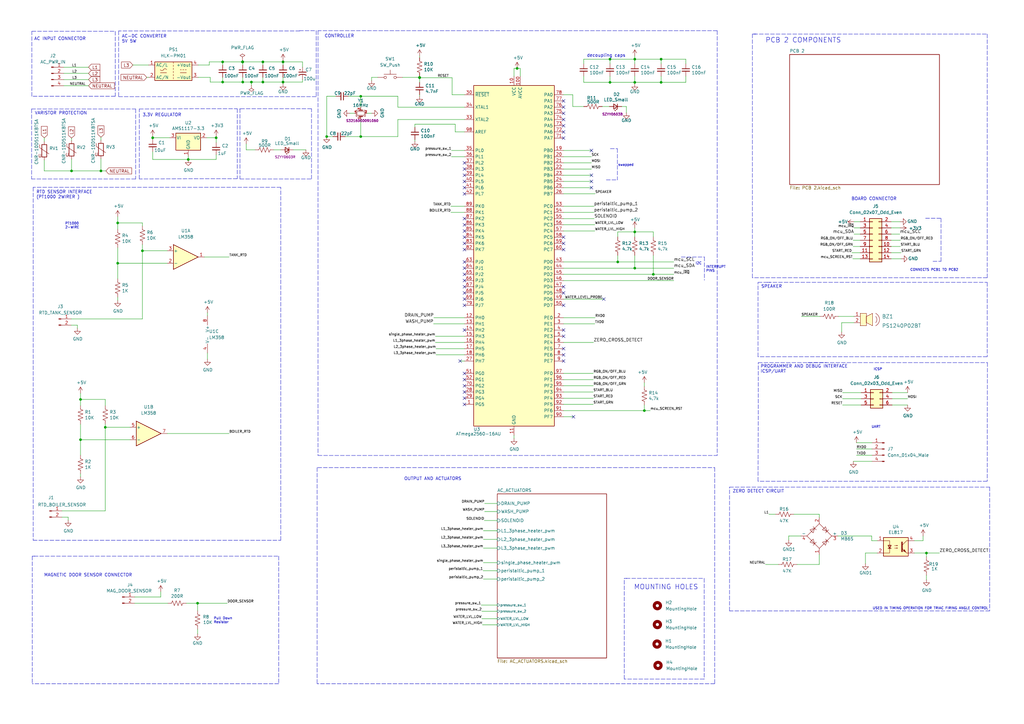
<source format=kicad_sch>
(kicad_sch (version 20211123) (generator eeschema)
  (paper "A3")
  (title_block (title "DISHWASHER") (date "2022-02-01") (rev "1") (company "STEEL FORM") (comment 2 "Reviewed by:"))
  (junction (at 91.313 25.4))
  (junction (at 48.26 91.44))
  (junction (at 260.35 24.257))
  (junction (at 267.97 112.522))
  (junction (at 264.287 168.402))
  (junction (at 41.402 70.104))
  (junction (at 253.365 107.442))
  (junction (at 260.35 33.782))
  (junction (at 33.02 163.83))
  (junction (at 33.02 180.34))
  (junction (at 43.18 175.26))
  (junction (at 250.19 33.782))
  (junction (at 103.124 33.655))
  (junction (at 172.085 31.75))
  (junction (at 172.085 31.877))
  (junction (at 212.09 28.067))
  (junction (at 379.984 226.822))
  (junction (at 116.078 25.4))
  (junction (at 260.35 109.982))
  (junction (at 62.611 56.515))
  (junction (at 99.568 25.4))
  (junction (at 91.313 33.655))
  (junction (at 107.823 25.4))
  (junction (at 48.26 107.95))
  (junction (at 260.35 95.123))
  (junction (at 99.441 25.4))
  (junction (at 250.19 24.257))
  (junction (at 271.145 24.257))
  (junction (at 133.985 56.007))
  (junction (at 147.955 39.497))
  (junction (at 107.823 33.655))
  (junction (at 29.337 70.104))
  (junction (at 88.646 56.515))
  (junction (at 77.216 65.405))
  (junction (at 147.955 56.007))
  (junction (at 271.145 33.782))
  (junction (at 58.42 102.87))
  (junction (at 81.026 247.396))
  (junction (at 116.078 33.655))
  (junction (at 99.568 33.655))
  (no_connect (at 231.14 46.482))
  (no_connect (at 190.5 135.382))
  (no_connect (at 231.14 54.102))
  (no_connect (at 231.14 56.642))
  (no_connect (at 231.14 145.542))
  (no_connect (at 231.14 148.082))
  (no_connect (at 190.5 76.962))
  (no_connect (at 231.14 135.382))
  (no_connect (at 231.14 99.822))
  (no_connect (at 231.14 49.022))
  (no_connect (at 231.14 120.142))
  (no_connect (at 190.5 109.982))
  (no_connect (at 190.5 69.342))
  (no_connect (at 190.5 99.822))
  (no_connect (at 190.5 112.522))
  (no_connect (at 190.5 163.322))
  (no_connect (at 231.14 137.922))
  (no_connect (at 190.5 122.682))
  (no_connect (at 190.5 115.062))
  (no_connect (at 190.5 120.142))
  (no_connect (at 190.5 155.702))
  (no_connect (at 190.5 160.782))
  (no_connect (at 190.5 153.162))
  (no_connect (at 188.722 148.082))
  (no_connect (at 231.14 43.942))
  (no_connect (at 190.5 97.282))
  (no_connect (at 190.5 117.602))
  (no_connect (at 235.204 170.942))
  (no_connect (at 190.5 165.862))
  (no_connect (at 190.5 92.202))
  (no_connect (at 190.5 125.222))
  (no_connect (at 242.57 61.722))
  (no_connect (at 242.57 71.882))
  (no_connect (at 242.57 74.422))
  (no_connect (at 231.14 102.362))
  (no_connect (at 190.5 107.442))
  (no_connect (at 190.5 94.742))
  (no_connect (at 231.14 143.002))
  (no_connect (at 190.5 89.662))
  (no_connect (at 231.14 97.282))
  (no_connect (at 231.14 117.602))
  (no_connect (at 247.65 122.682))
  (no_connect (at 242.57 76.962))
  (no_connect (at 190.5 71.882))
  (no_connect (at 231.14 125.222))
  (no_connect (at 190.5 158.242))
  (no_connect (at 190.5 66.802))
  (no_connect (at 190.5 79.502))
  (no_connect (at 190.5 102.362))
  (no_connect (at 190.5 74.422))
  (no_connect (at 231.14 41.402))
  (no_connect (at 231.14 51.562))
  (polyline (pts (xy 279.4 105.41) (xy 288.925 105.41)))
  (wire (pts (xy 267.97 104.775) (xy 267.97 112.522)))
  (wire (pts (xy 231.14 79.502) (xy 244.094 79.502)))
  (polyline (pts (xy 310.896 115.824) (xy 315.976 115.824)))
  (wire (pts (xy 62.611 62.23) (xy 62.611 65.405)))
  (wire (pts (xy 33.02 180.34) (xy 33.02 186.69)))
  (wire (pts (xy 163.195 49.022) (xy 163.195 56.007)))
  (wire (pts (xy 116.078 33.655) (xy 116.078 34.417)))
  (wire (pts (xy 26.162 35.179) (xy 36.322 35.179)))
  (wire (pts (xy 239.395 24.257) (xy 239.395 26.162)))
  (wire (pts (xy 53.34 180.34) (xy 33.02 180.34)))
  (polyline (pts (xy 405.892 250.571) (xy 299.212 250.571)))
  (wire (pts (xy 147.955 39.497) (xy 163.195 39.497)))
  (wire (pts (xy 48.26 91.44) (xy 48.26 93.98)))
  (wire (pts (xy 69.596 56.515) (xy 62.611 56.515)))
  (wire (pts (xy 99.568 26.67) (xy 99.568 25.4)))
  (wire (pts (xy 26.162 30.099) (xy 36.322 30.099)))
  (polyline (pts (xy 288.798 278.511) (xy 256.032 278.511)))
  (polyline (pts (xy 13.208 228.092) (xy 14.224 228.092)))
  (wire (pts (xy 85.852 25.4) (xy 91.313 25.4)))
  (wire (pts (xy 253.365 97.155) (xy 253.365 95.123)))
  (wire (pts (xy 313.944 231.521) (xy 319.278 231.521)))
  (polyline (pts (xy 97.282 44.577) (xy 97.282 73.279)))
  (wire (pts (xy 147.955 43.942) (xy 147.955 39.497)))
  (wire (pts (xy 234.95 38.862) (xy 234.95 43.688)))
  (polyline (pts (xy 48.641 12.7) (xy 48.641 39.624)))
  (wire (pts (xy 231.14 64.262) (xy 242.57 64.262)))
  (wire (pts (xy 81.026 259.969) (xy 81.026 258.064)))
  (wire (pts (xy 203.962 206.502) (xy 198.755 206.502)))
  (wire (pts (xy 29.21 133.35) (xy 31.75 133.35)))
  (wire (pts (xy 33.02 173.99) (xy 33.02 180.34)))
  (wire (pts (xy 43.18 175.26) (xy 53.34 175.26)))
  (polyline (pts (xy 114.3 228.092) (xy 114.3 280.416)))
  (wire (pts (xy 76.454 247.396) (xy 81.026 247.396)))
  (wire (pts (xy 33.02 194.31) (xy 33.02 195.58)))
  (wire (pts (xy 203.962 209.804) (xy 198.755 209.804)))
  (wire (pts (xy 163.195 43.942) (xy 190.5 43.942)))
  (wire (pts (xy 267.97 112.522) (xy 276.352 112.522)))
  (wire (pts (xy 328.676 129.794) (xy 336.296 129.794)))
  (polyline (pts (xy 48.641 39.624) (xy 122.936 39.624)))
  (wire (pts (xy 77.216 65.405) (xy 77.216 64.135)))
  (wire (pts (xy 365.887 163.576) (xy 372.237 163.576)))
  (wire (pts (xy 185.42 38.862) (xy 190.5 38.862)))
  (wire (pts (xy 375.031 226.822) (xy 379.984 226.822)))
  (wire (pts (xy 81.026 247.396) (xy 93.218 247.396)))
  (wire (pts (xy 379.984 226.822) (xy 385.318 226.822)))
  (polyline (pts (xy 404.876 13.97) (xy 404.876 113.919)))
  (wire (pts (xy 260.35 104.775) (xy 260.35 109.982)))
  (wire (pts (xy 48.26 121.92) (xy 48.26 123.19)))
  (polyline (pts (xy 294.132 12.573) (xy 130.429 12.573)))
  (wire (pts (xy 185.166 61.722) (xy 190.5 61.722)))
  (wire (pts (xy 197.612 250.698) (xy 203.962 250.698)))
  (wire (pts (xy 242.57 61.722) (xy 231.14 61.722)))
  (wire (pts (xy 267.97 95.123) (xy 267.97 97.155)))
  (wire (pts (xy 210.82 179.832) (xy 210.82 178.562)))
  (wire (pts (xy 345.567 163.576) (xy 353.187 163.576)))
  (polyline (pts (xy 293.116 280.416) (xy 130.048 280.416)))
  (wire (pts (xy 172.085 38.862) (xy 172.085 39.497)))
  (wire (pts (xy 48.26 107.95) (xy 48.26 114.3)))
  (wire (pts (xy 107.823 26.67) (xy 107.823 25.4)))
  (wire (pts (xy 112.268 61.468) (xy 115.189 61.468)))
  (wire (pts (xy 99.568 33.655) (xy 103.124 33.655)))
  (polyline (pts (xy 130.302 191.77) (xy 293.116 191.77)))
  (polyline (pts (xy 98.425 44.577) (xy 98.425 73.406)))
  (polyline (pts (xy 47.244 39.497) (xy 13.081 39.497)))
  (wire (pts (xy 62.611 65.405) (xy 77.216 65.405)))
  (wire (pts (xy 260.35 24.257) (xy 250.19 24.257)))
  (wire (pts (xy 264.287 166.116) (xy 264.287 168.402)))
  (wire (pts (xy 260.35 24.257) (xy 271.145 24.257)))
  (wire (pts (xy 210.82 28.067) (xy 210.82 31.242)))
  (wire (pts (xy 345.567 161.036) (xy 353.187 161.036)))
  (polyline (pts (xy 379.603 89.535) (xy 385.953 89.535)))
  (wire (pts (xy 62.611 57.15) (xy 62.611 56.515)))
  (wire (pts (xy 88.646 56.515) (xy 88.646 55.88)))
  (polyline (pts (xy 314.706 115.824) (xy 404.876 115.824)))
  (wire (pts (xy 212.09 28.067) (xy 213.36 28.067)))
  (wire (pts (xy 365.887 161.036) (xy 372.237 161.036)))
  (wire (pts (xy 357.505 219.837) (xy 357.505 221.742)))
  (wire (pts (xy 172.085 31.877) (xy 185.42 31.877)))
  (wire (pts (xy 68.58 107.95) (xy 48.26 107.95)))
  (polyline (pts (xy 299.212 199.771) (xy 405.892 199.771)))
  (polyline (pts (xy 308.61 113.919) (xy 308.61 13.97)))
  (wire (pts (xy 116.078 24.765) (xy 116.078 25.4)))
  (wire (pts (xy 186.69 54.102) (xy 190.5 54.102)))
  (wire (pts (xy 88.646 63.5) (xy 88.646 65.405)))
  (polyline (pts (xy 97.282 73.279) (xy 57.15 73.406)))
  (polyline (pts (xy 405.003 148.717) (xy 404.876 197.358)))
  (wire (pts (xy 48.26 101.6) (xy 48.26 107.95)))
  (wire (pts (xy 315.341 210.947) (xy 318.008 210.947)))
  (polyline (pts (xy 114.3 280.416) (xy 13.208 280.416)))
  (wire (pts (xy 184.912 87.122) (xy 190.5 87.122)))
  (wire (pts (xy 231.14 130.302) (xy 244.094 130.302)))
  (wire (pts (xy 357.505 221.742) (xy 359.791 221.742)))
  (wire (pts (xy 103.124 33.655) (xy 103.124 34.925)))
  (wire (pts (xy 365.506 98.552) (xy 369.316 98.552)))
  (wire (pts (xy 351.282 186.69) (xy 357.632 186.69)))
  (wire (pts (xy 350.266 96.012) (xy 352.806 96.012)))
  (polyline (pts (xy 130.429 186.817) (xy 294.132 186.817)))
  (wire (pts (xy 85.852 25.4) (xy 85.852 26.67)))
  (wire (pts (xy 365.506 101.092) (xy 369.316 101.092)))
  (wire (pts (xy 231.14 38.862) (xy 234.95 38.862)))
  (wire (pts (xy 55.245 244.856) (xy 65.913 244.856)))
  (wire (pts (xy 85.09 128.27) (xy 85.09 129.54)))
  (wire (pts (xy 29.337 65.278) (xy 29.337 70.104)))
  (wire (pts (xy 260.35 93.472) (xy 260.35 95.123)))
  (polyline (pts (xy 13.97 228.092) (xy 114.3 228.092)))
  (wire (pts (xy 203.962 224.79) (xy 198.247 224.79)))
  (wire (pts (xy 231.14 92.202) (xy 243.967 92.202)))
  (wire (pts (xy 186.69 50.927) (xy 186.69 54.102)))
  (polyline (pts (xy 47.244 12.827) (xy 47.244 39.497)))
  (wire (pts (xy 231.14 107.442) (xy 253.365 107.442)))
  (wire (pts (xy 271.145 33.782) (xy 281.305 33.782)))
  (polyline (pts (xy 331.343 148.717) (xy 405.003 148.717)))
  (wire (pts (xy 375.031 221.742) (xy 378.587 221.742)))
  (wire (pts (xy 336.042 210.947) (xy 336.042 212.217)))
  (wire (pts (xy 190.5 132.842) (xy 177.8 132.842)))
  (wire (pts (xy 99.441 25.4) (xy 91.313 25.4)))
  (wire (pts (xy 343.662 219.837) (xy 357.505 219.837)))
  (wire (pts (xy 141.605 56.007) (xy 147.955 56.007)))
  (wire (pts (xy 86.233 31.75) (xy 81.28 31.75)))
  (wire (pts (xy 88.646 56.515) (xy 88.646 58.42)))
  (wire (pts (xy 260.35 95.123) (xy 267.97 95.123)))
  (wire (pts (xy 133.985 56.007) (xy 136.525 56.007)))
  (wire (pts (xy 378.587 221.742) (xy 378.587 219.837)))
  (wire (pts (xy 18.161 56.515) (xy 18.161 58.039)))
  (wire (pts (xy 271.145 24.257) (xy 271.145 26.162)))
  (wire (pts (xy 165.1 31.75) (xy 172.085 31.75)))
  (wire (pts (xy 26.162 32.639) (xy 36.322 32.639)))
  (wire (pts (xy 100.965 59.055) (xy 100.965 61.468)))
  (wire (pts (xy 60.198 31.75) (xy 60.96 31.75)))
  (polyline (pts (xy 115.189 76.835) (xy 13.589 76.835)))
  (wire (pts (xy 250.19 24.257) (xy 239.395 24.257)))
  (wire (pts (xy 260.35 33.782) (xy 260.35 34.417)))
  (wire (pts (xy 260.35 95.123) (xy 260.35 97.155)))
  (wire (pts (xy 203.962 217.678) (xy 198.247 217.678)))
  (polyline (pts (xy 256.032 278.511) (xy 256.032 237.236)))
  (wire (pts (xy 172.085 31.75) (xy 172.085 31.877)))
  (wire (pts (xy 150.495 46.482) (xy 152.4 46.482)))
  (wire (pts (xy 190.5 140.462) (xy 178.562 140.462)))
  (wire (pts (xy 379.984 235.966) (xy 379.984 237.744)))
  (wire (pts (xy 163.195 56.007) (xy 147.955 56.007)))
  (wire (pts (xy 124.079 27.559) (xy 124.079 25.4)))
  (wire (pts (xy 190.5 137.922) (xy 178.562 137.922)))
  (wire (pts (xy 172.085 31.242) (xy 172.085 31.75)))
  (wire (pts (xy 41.402 65.151) (xy 41.402 70.104)))
  (polyline (pts (xy 122.936 12.7) (xy 48.641 12.7)))
  (wire (pts (xy 260.35 33.782) (xy 271.145 33.782)))
  (wire (pts (xy 231.14 155.702) (xy 243.332 155.702)))
  (wire (pts (xy 231.14 71.882) (xy 242.57 71.882)))
  (wire (pts (xy 86.233 33.655) (xy 91.313 33.655)))
  (wire (pts (xy 231.14 69.342) (xy 242.57 69.342)))
  (polyline (pts (xy 310.896 146.304) (xy 310.896 115.824)))
  (polyline (pts (xy 122.809 12.573) (xy 129.667 12.573)))
  (wire (pts (xy 247.015 43.688) (xy 249.936 43.688)))
  (wire (pts (xy 43.18 175.26) (xy 43.18 209.55)))
  (wire (pts (xy 85.09 144.78) (xy 85.09 147.32)))
  (polyline (pts (xy 382.651 107.188) (xy 385.953 107.188)))
  (polyline (pts (xy 13.589 76.835) (xy 13.589 221.615)))
  (polyline (pts (xy 404.876 146.304) (xy 310.896 146.304)))
  (wire (pts (xy 65.913 244.856) (xy 65.913 242.697)))
  (wire (pts (xy 190.5 49.022) (xy 163.195 49.022)))
  (wire (pts (xy 133.985 39.497) (xy 133.985 56.007)))
  (wire (pts (xy 29.337 57.658) (xy 29.337 56.642)))
  (wire (pts (xy 62.611 56.515) (xy 62.611 55.88)))
  (polyline (pts (xy 115.189 221.615) (xy 115.189 76.835)))
  (wire (pts (xy 84.836 56.515) (xy 88.646 56.515)))
  (wire (pts (xy 231.14 158.242) (xy 243.332 158.242)))
  (wire (pts (xy 83.82 105.41) (xy 93.98 105.41)))
  (wire (pts (xy 170.18 50.927) (xy 186.69 50.927)))
  (wire (pts (xy 185.166 64.262) (xy 190.5 64.262)))
  (wire (pts (xy 198.247 230.759) (xy 203.962 230.759)))
  (wire (pts (xy 359.791 226.822) (xy 354.965 226.822)))
  (wire (pts (xy 231.14 84.582) (xy 243.586 84.582)))
  (wire (pts (xy 190.5 130.302) (xy 177.927 130.302)))
  (wire (pts (xy 365.506 93.472) (xy 369.189 93.472)))
  (polyline (pts (xy 404.876 115.824) (xy 404.876 146.304)))
  (wire (pts (xy 33.02 163.83) (xy 33.02 166.37)))
  (wire (pts (xy 264.287 168.402) (xy 266.7 168.402)))
  (wire (pts (xy 172.085 22.987) (xy 172.085 23.622)))
  (wire (pts (xy 260.35 24.257) (xy 260.35 26.162)))
  (wire (pts (xy 231.14 94.742) (xy 243.967 94.742)))
  (wire (pts (xy 231.14 168.402) (xy 264.287 168.402)))
  (wire (pts (xy 147.955 39.497) (xy 142.875 39.497)))
  (wire (pts (xy 350.266 90.932) (xy 352.806 90.932)))
  (wire (pts (xy 154.94 31.75) (xy 152.4 31.75)))
  (wire (pts (xy 271.145 31.242) (xy 271.145 33.782)))
  (polyline (pts (xy 12.954 44.704) (xy 55.626 44.704)))
  (wire (pts (xy 326.898 231.521) (xy 336.042 231.521)))
  (wire (pts (xy 325.628 210.947) (xy 336.042 210.947)))
  (wire (pts (xy 26.162 27.559) (xy 36.322 27.559)))
  (polyline (pts (xy 57.15 44.704) (xy 97.282 44.577)))
  (wire (pts (xy 253.365 104.775) (xy 253.365 107.442)))
  (wire (pts (xy 231.14 112.522) (xy 267.97 112.522)))
  (wire (pts (xy 188.722 148.082) (xy 190.5 148.082)))
  (polyline (pts (xy 288.798 237.236) (xy 288.798 278.511)))
  (wire (pts (xy 231.14 165.862) (xy 243.332 165.862)))
  (wire (pts (xy 350.266 93.472) (xy 352.806 93.472)))
  (wire (pts (xy 198.12 234.061) (xy 203.962 234.061)))
  (wire (pts (xy 365.506 90.932) (xy 369.189 90.932)))
  (wire (pts (xy 91.313 25.4) (xy 91.313 26.67)))
  (wire (pts (xy 172.085 31.877) (xy 172.085 33.782)))
  (polyline (pts (xy 404.876 113.919) (xy 308.61 113.919)))
  (wire (pts (xy 85.852 26.67) (xy 81.28 26.67)))
  (wire (pts (xy 99.441 24.638) (xy 99.441 25.4)))
  (wire (pts (xy 184.912 84.582) (xy 190.5 84.582)))
  (wire (pts (xy 43.18 209.55) (xy 25.4 209.55)))
  (wire (pts (xy 197.866 256.286) (xy 203.962 256.286)))
  (wire (pts (xy 81.026 250.444) (xy 81.026 247.396)))
  (polyline (pts (xy 98.425 44.577) (xy 98.425 44.831)))
  (wire (pts (xy 58.42 91.44) (xy 58.42 92.71)))
  (polyline (pts (xy 309.118 13.97) (xy 404.876 13.97)))
  (wire (pts (xy 124.079 33.655) (xy 116.078 33.655)))
  (wire (pts (xy 147.955 56.007) (xy 147.955 49.022)))
  (polyline (pts (xy 308.61 13.97) (xy 310.134 13.97)))
  (polyline (pts (xy 127.762 73.406) (xy 127.762 44.577)))
  (wire (pts (xy 260.35 22.987) (xy 260.35 24.257)))
  (wire (pts (xy 55.245 247.396) (xy 68.834 247.396)))
  (wire (pts (xy 231.14 132.842) (xy 243.967 132.842)))
  (polyline (pts (xy 12.954 44.704) (xy 12.954 73.406)))
  (wire (pts (xy 365.506 103.632) (xy 369.57 103.632)))
  (polyline (pts (xy 293.116 191.77) (xy 293.116 280.416)))
  (wire (pts (xy 197.612 253.746) (xy 203.962 253.746)))
  (wire (pts (xy 116.078 33.655) (xy 116.078 31.75)))
  (wire (pts (xy 242.57 76.962) (xy 231.14 76.962)))
  (wire (pts (xy 88.646 65.405) (xy 77.216 65.405)))
  (wire (pts (xy 351.282 181.61) (xy 357.632 181.61)))
  (wire (pts (xy 231.14 153.162) (xy 243.332 153.162)))
  (wire (pts (xy 54.483 26.67) (xy 60.96 26.67)))
  (wire (pts (xy 25.4 212.09) (xy 27.94 212.09)))
  (polyline (pts (xy 13.589 221.615) (xy 115.189 221.615)))
  (wire (pts (xy 124.079 25.4) (xy 116.078 25.4)))
  (wire (pts (xy 264.287 156.972) (xy 264.287 158.496)))
  (wire (pts (xy 260.35 31.242) (xy 260.35 33.782)))
  (polyline (pts (xy 13.208 228.092) (xy 13.208 280.416)))
  (wire (pts (xy 185.42 31.877) (xy 185.42 38.862)))
  (wire (pts (xy 345.186 132.334) (xy 345.186 136.144)))
  (wire (pts (xy 349.885 101.092) (xy 352.806 101.092)))
  (wire (pts (xy 349.885 98.552) (xy 352.806 98.552)))
  (wire (pts (xy 231.14 140.462) (xy 243.459 140.462)))
  (wire (pts (xy 170.18 57.277) (xy 170.18 57.912)))
  (wire (pts (xy 336.042 231.521) (xy 336.042 227.457)))
  (polyline (pts (xy 288.925 105.41) (xy 288.925 114.935)))
  (wire (pts (xy 213.36 28.067) (xy 213.36 31.242)))
  (wire (pts (xy 343.916 129.794) (xy 350.266 129.794)))
  (polyline (pts (xy 129.667 39.624) (xy 122.555 39.624)))
  (wire (pts (xy 107.823 33.655) (xy 116.078 33.655)))
  (wire (pts (xy 41.402 56.261) (xy 41.402 57.531)))
  (wire (pts (xy 29.337 70.104) (xy 41.402 70.104)))
  (wire (pts (xy 29.21 130.81) (xy 58.42 130.81)))
  (wire (pts (xy 91.313 33.655) (xy 99.568 33.655)))
  (polyline (pts (xy 253.238 60.96) (xy 253.238 73.787)))
  (wire (pts (xy 190.5 145.542) (xy 178.816 145.542)))
  (wire (pts (xy 255.016 43.688) (xy 256.921 43.688)))
  (wire (pts (xy 350.012 189.23) (xy 357.632 189.23)))
  (wire (pts (xy 190.5 143.002) (xy 178.816 143.002)))
  (wire (pts (xy 349.377 103.632) (xy 352.806 103.632)))
  (wire (pts (xy 197.358 248.158) (xy 203.962 248.158)))
  (wire (pts (xy 99.568 25.4) (xy 99.441 25.4)))
  (polyline (pts (xy 248.666 73.787) (xy 253.238 73.787)))
  (wire (pts (xy 18.161 65.659) (xy 18.161 70.104)))
  (wire (pts (xy 58.42 130.81) (xy 58.42 102.87)))
  (wire (pts (xy 365.506 106.172) (xy 369.57 106.172)))
  (polyline (pts (xy 129.667 12.573) (xy 129.667 39.624)))
  (wire (pts (xy 250.19 33.782) (xy 260.35 33.782)))
  (polyline (pts (xy 130.048 191.77) (xy 130.048 280.416)))
  (wire (pts (xy 27.94 212.09) (xy 27.94 213.36)))
  (wire (pts (xy 365.887 166.116) (xy 372.237 166.116)))
  (wire (pts (xy 250.19 31.242) (xy 250.19 33.782)))
  (wire (pts (xy 116.078 25.4) (xy 107.823 25.4)))
  (wire (pts (xy 253.365 95.123) (xy 260.35 95.123)))
  (wire (pts (xy 48.26 91.44) (xy 58.42 91.44)))
  (polyline (pts (xy 250.317 60.96) (xy 253.238 60.96)))
  (polyline (pts (xy 98.425 73.406) (xy 127.762 73.406)))
  (wire (pts (xy 104.648 61.468) (xy 100.965 61.468)))
  (wire (pts (xy 203.962 237.49) (xy 198.247 237.49)))
  (polyline (pts (xy 57.15 73.406) (xy 57.15 44.704)))
  (polyline (pts (xy 55.626 44.704) (xy 55.626 73.406)))
  (wire (pts (xy 239.395 33.782) (xy 250.19 33.782)))
  (wire (pts (xy 350.266 132.334) (xy 345.186 132.334)))
  (wire (pts (xy 256.921 43.688) (xy 256.921 46.228)))
  (polyline (pts (xy 404.876 197.358) (xy 310.896 197.358)))
  (wire (pts (xy 351.282 184.15) (xy 357.632 184.15)))
  (wire (pts (xy 323.469 219.837) (xy 328.422 219.837)))
  (wire (pts (xy 203.962 221.234) (xy 198.247 221.234)))
  (wire (pts (xy 163.195 39.497) (xy 163.195 43.942)))
  (polyline (pts (xy 256.794 237.236) (xy 288.798 237.236)))
  (polyline (pts (xy 294.132 12.573) (xy 294.132 186.817)))
  (wire (pts (xy 239.395 31.242) (xy 239.395 33.782)))
  (wire (pts (xy 99.568 31.75) (xy 99.568 33.655)))
  (wire (pts (xy 152.4 31.75) (xy 152.4 33.02)))
  (wire (pts (xy 86.233 33.655) (xy 86.233 31.75)))
  (wire (pts (xy 365.506 96.012) (xy 369.062 96.012)))
  (wire (pts (xy 33.02 163.83) (xy 43.18 163.83)))
  (polyline (pts (xy 311.023 148.717) (xy 338.963 148.717)))
  (polyline (pts (xy 13.081 12.827) (xy 47.244 12.827)))
  (polyline (pts (xy 13.081 39.497) (xy 13.081 12.827)))
  (wire (pts (xy 379.984 228.346) (xy 379.984 226.822)))
  (wire (pts (xy 242.57 74.422) (xy 231.14 74.422)))
  (wire (pts (xy 234.95 43.688) (xy 239.395 43.688)))
  (wire (pts (xy 107.823 33.655) (xy 107.823 31.75)))
  (wire (pts (xy 91.313 33.655) (xy 91.313 31.75)))
  (wire (pts (xy 281.305 24.257) (xy 271.145 24.257)))
  (wire (pts (xy 68.58 177.8) (xy 93.98 177.8)))
  (wire (pts (xy 231.14 109.982) (xy 260.35 109.982)))
  (polyline (pts (xy 385.953 89.535) (xy 385.953 107.188)))
  (polyline (pts (xy 55.626 73.406) (xy 12.954 73.406)))
  (wire (pts (xy 231.14 160.782) (xy 243.332 160.782)))
  (wire (pts (xy 212.09 28.067) (xy 210.82 28.067)))
  (wire (pts (xy 253.365 107.442) (xy 276.352 107.442)))
  (wire (pts (xy 231.14 87.122) (xy 243.586 87.122)))
  (wire (pts (xy 48.26 88.9) (xy 48.26 91.44)))
  (wire (pts (xy 281.305 33.782) (xy 281.305 31.242)))
  (wire (pts (xy 31.75 133.35) (xy 31.75 134.62)))
  (wire (pts (xy 145.415 46.482) (xy 143.51 46.482)))
  (wire (pts (xy 323.469 221.488) (xy 323.469 219.837)))
  (wire (pts (xy 41.402 70.104) (xy 43.434 70.104)))
  (wire (pts (xy 170.18 52.197) (xy 170.18 50.927)))
  (wire (pts (xy 231.14 66.802) (xy 242.57 66.802)))
  (wire (pts (xy 116.078 25.4) (xy 116.078 26.67)))
  (polyline (pts (xy 405.892 199.771) (xy 405.892 250.571)))
  (wire (pts (xy 281.305 26.162) (xy 281.305 24.257)))
  (wire (pts (xy 33.02 161.29) (xy 33.02 163.83)))
  (wire (pts (xy 58.42 100.33) (xy 58.42 102.87)))
  (wire (pts (xy 260.35 109.982) (xy 276.352 109.982)))
  (wire (pts (xy 137.795 39.497) (xy 133.985 39.497)))
  (wire (pts (xy 345.567 166.116) (xy 353.187 166.116)))
  (wire (pts (xy 231.14 115.062) (xy 276.352 115.062)))
  (wire (pts (xy 43.18 163.83) (xy 43.18 166.37)))
  (wire (pts (xy 120.269 61.468) (xy 125.476 61.468)))
  (wire (pts (xy 352.806 106.172) (xy 349.758 106.172)))
  (wire (pts (xy 103.124 33.655) (xy 107.823 33.655)))
  (polyline (pts (xy 256.032 237.236) (xy 257.048 237.236)))
  (wire (pts (xy 58.42 102.87) (xy 68.58 102.87)))
  (polyline (pts (xy 299.212 250.571) (xy 299.212 199.771)))
  (wire (pts (xy 250.19 24.257) (xy 250.19 26.162)))
  (wire (pts (xy 231.14 89.662) (xy 243.713 89.662)))
  (wire (pts (xy 231.14 170.942) (xy 235.204 170.942)))
  (wire (pts (xy 231.14 163.322) (xy 243.332 163.322)))
  (wire (pts (xy 124.079 32.639) (xy 124.079 33.655)))
  (polyline (pts (xy 310.896 197.358) (xy 311.023 148.717)))
  (polyline (pts (xy 127.762 44.577) (xy 98.425 44.577)))
  (wire (pts (xy 43.18 173.99) (xy 43.18 175.26)))
  (wire (pts (xy 203.962 213.487) (xy 198.628 213.487)))
  (polyline (pts (xy 130.429 12.573) (xy 130.429 186.817)))
  (wire (pts (xy 354.965 226.822) (xy 354.965 231.14)))
  (wire (pts (xy 107.823 25.4) (xy 99.568 25.4)))
  (wire (pts (xy 231.14 122.682) (xy 247.65 122.682)))
  (wire (pts (xy 18.161 70.104) (xy 29.337 70.104)))
  (text "CONNECTS PCB1 TO PCB2" (at 393.065 111.379 180) (effects (font (size 0.9906 0.9906)) (justify right bottom)))
  (text "swapped" (at 253.492 68.326 0) (effects (font (size 0.9906 0.9906)) (justify left bottom)))
  (text "ZERO DETECT CIRCUIT" (at 300.482 202.311 0) (effects (font (size 1.27 1.27)) (justify left bottom)))
  (text "UART\n" (at 357.378 175.768 0) (effects (font (size 0.9906 0.9906)) (justify left bottom)))
  (text "AC INPUT CONNECTOR" (at 13.97 16.764 0) (effects (font (size 1.27 1.27)) (justify left bottom)))
  (text "PT1000\n2-WIRE" (at 26.67 93.98 0) (effects (font (size 0.9906 0.9906)) (justify left bottom)))
  (text "VARISTOR PROTECTION" (at 14.224 47.244 0) (effects (font (size 1.27 1.27)) (justify left bottom)))
  (text "decoupling caps" (at 240.665 23.622 0) (effects (font (size 1.27 1.27)) (justify left bottom)))
  (text "CONTROLLER" (at 133.096 15.621 0) (effects (font (size 1.27 1.27)) (justify left bottom)))
  (text "INTERRUPT\nPINS" (at 289.56 111.76 0) (effects (font (size 0.9906 0.9906)) (justify left bottom)))
  (text "I2C" (at 285.242 108.712 0) (effects (font (size 0.9906 0.9906)) (justify left bottom)))
  (text "PROGRAMMER AND DEBUG INTERFACE\nICSP/UART " (at 311.912 153.162 0) (effects (font (size 1.27 1.27)) (justify left bottom)))
  (text "Pull Down\nResistor" (at 87.63 255.905 0) (effects (font (size 0.9906 0.9906)) (justify left bottom)))
  (text "RTD SENSOR INTERFACE\n(PT1000 2WIRER )" (at 14.859 81.661 0) (effects (font (size 1.27 1.27)) (justify left bottom)))
  (text "AC-DC CONVERTER\n5V 5W" (at 49.911 17.78 0) (effects (font (size 1.27 1.27)) (justify left bottom)))
  (text "ICSP\n" (at 358.267 152.146 0) (effects (font (size 0.9906 0.9906)) (justify left bottom)))
  (text "SPEAKER\n" (at 312.166 118.364 0) (effects (font (size 1.27 1.27)) (justify left bottom)))
  (text "3.3V REGULATOR" (at 58.42 48.006 0) (effects (font (size 1.27 1.27)) (justify left bottom)))
  (text "MOUNTING HOLES" (at 286.385 242.062 180) (effects (font (size 2 2)) (justify right bottom)))
  (text "BOARD CONNECTOR" (at 367.792 82.423 180) (effects (font (size 1.27 1.27)) (justify right bottom)))
  (text "OUTPUT AND ACTUATORS" (at 165.735 197.231 0) (effects (font (size 1.27 1.27)) (justify left bottom)))
  (text "PCB 2 COMPONENTS" (at 313.944 17.78 0) (effects (font (size 2 2)) (justify left bottom)))
  (text "MAGNETIC DOOR SENSOR CONNECTOR" (at 18.034 236.728 0) (effects (font (size 1.27 1.27)) (justify left bottom)))
  (text "USED IN TIMING OPERATION FOR TRIAC FIRING ANGLE CONTROL" (at 357.886 250.19 0) (effects (font (size 0.9906 0.9906)) (justify left bottom)))
  (label "L2" (at 29.591 30.099 0) (effects (font (size 0.9906 0.9906))))
  (label "pressure_sw_2" (at 197.612 250.698 180) (effects (font (size 0.9906 0.9906))))
  (label "WASH_PUMP" (at 198.755 209.804 180) (effects (font (size 0.9906 0.9906))))
  (label "L2_3phase_heater_pwm" (at 178.816 143.002 180) (effects (font (size 0.9906 0.9906))))
  (label "WATER_LVL_LOW" (at 197.612 253.746 180) (effects (font (size 0.9906 0.9906))))
  (label "TANK_RTD" (at 184.912 84.582 180) (effects (font (size 0.9906 0.9906))))
  (label "peristaltic_pump_1" (at 198.12 234.061 180) (effects (font (size 0.9906 0.9906))))
  (label "START_BLU" (at 243.332 160.782 0) (effects (font (size 0.9906 0.9906))))
  (label "WATER_LVL_LOW" (at 243.967 92.202 0) (effects (font (size 0.9906 0.9906))))
  (label "RGB_ON{slash}OFF_BLU" (at 243.332 153.162 0) (effects (font (size 0.9906 0.9906))))
  (label "WASH_PUMP" (at 177.8 132.842 180))
  (label "RGB_ON{slash}OFF_GRN" (at 243.332 158.242 0) (effects (font (size 0.9906 0.9906))))
  (label "DRAIN_PUMP" (at 177.927 130.302 180))
  (label "MISO" (at 242.57 69.342 0) (effects (font (size 0.9906 0.9906))))
  (label "SPEAKER" (at 244.094 79.502 0) (effects (font (size 0.9906 0.9906))))
  (label "RGB_ON{slash}OFF_RED" (at 243.332 155.702 0) (effects (font (size 0.9906 0.9906))))
  (label "TXD0" (at 243.967 132.842 0) (effects (font (size 0.9906 0.9906))))
  (label "peristaltic_pump_1" (at 243.586 84.582 0))
  (label "SCK" (at 242.57 64.262 0) (effects (font (size 0.9906 0.9906))))
  (label "SPEAKER" (at 328.676 129.794 0) (effects (font (size 0.9906 0.9906))))
  (label "L3_3phase_heater_pwm" (at 198.247 224.79 180) (effects (font (size 0.9906 0.9906))))
  (label "RXD0" (at 244.094 130.302 0) (effects (font (size 0.9906 0.9906))))
  (label "peristaltic_pump_2" (at 198.247 237.49 180) (effects (font (size 0.9906 0.9906))))
  (label "RGB_ON{slash}OFF_GRN" (at 349.885 101.092 180) (effects (font (size 0.9906 0.9906))))
  (label "TXD0" (at 351.282 186.69 0) (effects (font (size 0.9906 0.9906))))
  (label "peristaltic_pump_2" (at 243.586 87.122 0))
  (label "DOOR_SENSOR" (at 93.218 247.396 0) (effects (font (size 0.9906 0.9906))))
  (label "MOSI" (at 372.237 163.576 0) (effects (font (size 0.9906 0.9906))))
  (label "RGB_ON{slash}OFF_RED" (at 369.316 98.552 0) (effects (font (size 0.9906 0.9906))))
  (label "mcu_~{IRQ}" (at 350.266 93.472 180) (effects (font (size 0.9906 0.9906))))
  (label "SCK" (at 345.567 163.576 180) (effects (font (size 0.9906 0.9906))))
  (label "DRAIN_PUMP" (at 198.755 206.502 180) (effects (font (size 0.9906 0.9906))))
  (label "RXD0" (at 351.282 184.15 0) (effects (font (size 0.9906 0.9906))))
  (label "ZERO_CROSS_DETECT" (at 385.318 226.822 0))
  (label "SOLENOID" (at 198.628 213.487 180) (effects (font (size 0.9906 0.9906))))
  (label "ZERO_CROSS_DETECT" (at 243.459 140.462 0))
  (label "BOILER_RTD" (at 184.912 87.122 180) (effects (font (size 0.9906 0.9906))))
  (label "TANK_RTD" (at 93.98 105.41 0) (effects (font (size 0.9906 0.9906))))
  (label "L1_3phase_heater_pwm" (at 178.562 140.462 180) (effects (font (size 0.9906 0.9906))))
  (label "mcu_~{IRQ}" (at 276.352 112.522 0) (effects (font (size 0.9906 0.9906))))
  (label "MISO" (at 345.567 161.036 180) (effects (font (size 0.9906 0.9906))))
  (label "SOLENOID" (at 243.713 89.662 0))
  (label "mcu_SCREEN_RST" (at 266.7 168.402 0) (effects (font (size 0.9906 0.9906))))
  (label "mcu_SCL" (at 276.352 107.442 0))
  (label "L3_3phase_heater_pwm" (at 178.816 145.542 180) (effects (font (size 0.9906 0.9906))))
  (label "L2_3phase_heater_pwm" (at 198.247 221.234 180) (effects (font (size 0.9906 0.9906))))
  (label "L1" (at 29.464 27.559 0) (effects (font (size 0.9906 0.9906))))
  (label "pressure_sw_1" (at 197.358 248.158 180) (effects (font (size 0.9906 0.9906))))
  (label "START_RED" (at 243.332 163.322 0) (effects (font (size 0.9906 0.9906))))
  (label "RESET" (at 345.567 166.116 180) (effects (font (size 0.9906 0.9906))))
  (label "L1" (at 315.341 210.947 180) (effects (font (size 0.9906 0.9906))))
  (label "mcu_SDA" (at 350.266 96.012 180))
  (label "RGB_ON{slash}OFF_BLU" (at 349.885 98.552 180) (effects (font (size 0.9906 0.9906))))
  (label "single_phase_heater_pwm" (at 178.562 137.922 180) (effects (font (size 0.9906 0.9906))))
  (label "mcu_SDA" (at 276.352 109.982 0))
  (label "WATER_LEVEL_PROBE" (at 231.648 122.682 0) (effects (font (size 0.9906 0.9906))))
  (label "START_GRN" (at 243.332 165.862 0) (effects (font (size 0.9906 0.9906))))
  (label "START_RED" (at 349.377 103.632 180) (effects (font (size 0.9906 0.9906))))
  (label "START_BLU" (at 369.316 101.092 0) (effects (font (size 0.9906 0.9906))))
  (label "mcu_SCREEN_RST" (at 349.758 106.172 180) (effects (font (size 0.9906 0.9906))))
  (label "L1_3phase_heater_pwm" (at 198.247 217.678 180) (effects (font (size 0.9906 0.9906))))
  (label "MOSI" (at 242.57 66.802 0) (effects (font (size 0.9906 0.9906))))
  (label "START_GRN" (at 369.57 103.632 0) (effects (font (size 0.9906 0.9906))))
  (label "WATER_LVL_HIGH" (at 243.967 94.742 0) (effects (font (size 0.9906 0.9906))))
  (label "NEUTRAL" (at 28.575 35.179 0) (effects (font (size 0.9906 0.9906))))
  (label "WATER_LVL_HIGH" (at 197.866 256.286 180) (effects (font (size 0.9906 0.9906))))
  (label "NEUTRAL" (at 313.944 231.521 180) (effects (font (size 0.9906 0.9906))))
  (label "RESET" (at 184.15 31.877 180) (effects (font (size 0.9906 0.9906))))
  (label "mcu_SCL" (at 369.062 96.012 0))
  (label "BOILER_RTD" (at 93.98 177.8 0) (effects (font (size 0.9906 0.9906))))
  (label "pressure_sw_2" (at 185.166 64.262 180) (effects (font (size 0.9906 0.9906))))
  (label "single_phase_heater_pwm" (at 198.247 230.759 180) (effects (font (size 0.9906 0.9906))))
  (label "DOOR_SENSOR" (at 276.352 115.062 180) (effects (font (size 0.9906 0.9906))))
  (label "pressure_sw_1" (at 185.166 61.722 180) (effects (font (size 0.9906 0.9906))))
  (label "L3" (at 29.591 32.639 0) (effects (font (size 0.9906 0.9906))))
  (global_label "L2" (shape input) (at 29.337 56.642 90) (property "Intersheet References" "${INTERSHEET_REFS}" (effects hide)))
  (global_label "NEUTRAL" (shape input) (at 43.434 70.104 0) (property "Intersheet References" "${INTERSHEET_REFS}" (effects hide)))
  (global_label "NEUTRAL" (shape input) (at 36.322 35.179 0) (property "Intersheet References" "${INTERSHEET_REFS}" (effects hide)))
  (global_label "L2" (shape input) (at 36.322 30.099 0) (property "Intersheet References" "${INTERSHEET_REFS}" (effects hide)))
  (global_label "NEUTRAL" (shape input) (at 60.198 31.75 180) (property "Intersheet References" "${INTERSHEET_REFS}" (effects hide)))
  (global_label "L1" (shape input) (at 36.322 27.559 0) (property "Intersheet References" "${INTERSHEET_REFS}" (effects hide)))
  (global_label "L3" (shape input) (at 41.402 56.261 90) (property "Intersheet References" "${INTERSHEET_REFS}" (effects hide)))
  (global_label "L3" (shape input) (at 36.322 32.639 0) (property "Intersheet References" "${INTERSHEET_REFS}" (effects hide)))
  (global_label "L3" (shape input) (at 54.483 26.67 180) (property "Intersheet References" "${INTERSHEET_REFS}" (effects hide)))
  (global_label "L1" (shape input) (at 18.161 56.515 90) (property "Intersheet References" "${INTERSHEET_REFS}" (effects hide)))
  (symbol (lib_id "MCU_Microchip_ATmega:ATmega2560-16AU") (at 210.82 104.902 0) (unit 1)
    (property "Reference" "U3" (at 195.58 176.022 0))
    (property "Value" "ATmega2560-16AU" (at 196.215 177.927 0))
    (property "Footprint" "Package_QFP:TQFP-100_14x14mm_P0.5mm" (effects hide))
    (property "Datasheet" "http://ww1.microchip.com/downloads/en/DeviceDoc/Atmel-2549-8-bit-AVR-Microcontroller-ATmega640-1280-1281-2560-2561_datasheet.pdf" (effects hide))
  )
  (symbol (lib_id "Device:Crystal_GND24_Small") (at 147.955 46.482 90) (unit 1)
    (property "Reference" "Y1" (at 149.225 41.275 90) (effects (justify left)))
    (property "Value" "16MHz" (at 151.13 43.18 90) (effects (justify left)))
    (property "Footprint" "Crystal:Crystal_SMD_SeikoEpson_FA238-4Pin_3.2x2.5mm" (effects hide))
    (property "MPN" "S3216000091060" (at 148.59 49.53 90) (effects (font (size 0.9906 0.9906))))
  )
  (symbol (lib_id "Device:C_Small") (at 140.335 39.497 270) (unit 1)
    (property "Reference" "C9" (at 138.43 38.227 90))
    (property "Value" "22pF" (at 143.51 38.227 90))
    (property "Footprint" "Capacitor_SMD:C_0402_1005Metric" (effects hide))
  )
  (symbol (lib_id "Device:C_Small") (at 139.065 56.007 270) (unit 1)
    (property "Reference" "C8" (at 136.525 54.737 90))
    (property "Value" "22pF" (at 142.24 54.737 90))
    (property "Footprint" "Capacitor_SMD:C_0402_1005Metric" (effects hide))
  )
  (symbol (lib_id "power:GND") (at 133.985 56.007 0) (unit 1)
    (property "Reference" "#PWR018" (effects hide))
    (property "Value" "GND" (at 134.112 60.4012 0))
  )
  (symbol (lib_id "power:GND") (at 143.51 46.482 270) (unit 1)
    (property "Reference" "#PWR019" (effects hide))
    (property "Value" "GND" (at 139.1158 46.609 0))
  )
  (symbol (lib_id "power:GND") (at 172.085 39.497 0) (unit 1)
    (property "Reference" "#PWR024" (effects hide))
    (property "Value" "GND" (at 172.085 42.672 0))
  )
  (symbol (lib_id "Device:C_Small") (at 172.085 36.322 0) (unit 1)
    (property "Reference" "C11" (at 174.4218 35.1536 0) (effects (justify left)))
    (property "Value" "4.7nF" (at 174.4218 37.465 0) (effects (justify left)))
    (property "Footprint" "Capacitor_SMD:C_0402_1005Metric" (effects hide))
  )
  (symbol (lib_id "Device:R_US") (at 172.085 27.432 0) (unit 1)
    (property "Reference" "R10" (at 173.8122 26.2636 0) (effects (justify left)))
    (property "Value" "10K" (at 173.8122 28.575 0) (effects (justify left)))
    (property "Footprint" "Resistor_SMD:R_0402_1005Metric" (effects hide))
  )
  (symbol (lib_id "power:+5V") (at 172.085 22.987 0) (unit 1)
    (property "Reference" "#PWR023" (effects hide))
    (property "Value" "+5V" (at 172.466 18.5928 0))
  )
  (symbol (lib_id "power:GND") (at 152.4 46.482 90) (unit 1)
    (property "Reference" "#PWR021" (effects hide))
    (property "Value" "GND" (at 156.7942 46.355 0))
  )
  (symbol (lib_id "power:+5V") (at 212.09 28.067 0) (unit 1)
    (property "Reference" "#PWR026" (effects hide))
    (property "Value" "+5V" (at 212.471 23.6728 0))
  )
  (symbol (lib_id "power:GND") (at 170.18 57.912 0) (unit 1)
    (property "Reference" "#PWR022" (effects hide))
    (property "Value" "GND" (at 170.18 61.087 0))
  )
  (symbol (lib_id "Device:C_Small") (at 170.18 54.737 0) (unit 1)
    (property "Reference" "C10" (at 172.5168 53.5686 0) (effects (justify left)))
    (property "Value" "100nF" (at 172.5168 55.88 0) (effects (justify left)))
    (property "Footprint" "Capacitor_SMD:C_0402_1005Metric" (effects hide))
  )
  (symbol (lib_id "power:GND") (at 210.82 179.832 0) (unit 1)
    (property "Reference" "#PWR025" (effects hide))
    (property "Value" "GND" (at 210.947 184.2262 0))
  )
  (symbol (lib_id "Device:C_Small") (at 239.395 28.702 0) (unit 1)
    (property "Reference" "C12" (at 241.7318 27.5336 0) (effects (justify left)))
    (property "Value" "100nF" (at 241.7318 29.845 0) (effects (justify left)))
    (property "Footprint" "Capacitor_SMD:C_0402_1005Metric" (effects hide))
  )
  (symbol (lib_id "Device:C_Small") (at 250.19 28.702 0) (unit 1)
    (property "Reference" "C13" (at 252.5268 27.5336 0) (effects (justify left)))
    (property "Value" "100nF" (at 252.5268 29.845 0) (effects (justify left)))
    (property "Footprint" "Capacitor_SMD:C_0402_1005Metric" (effects hide))
  )
  (symbol (lib_id "Device:C_Small") (at 260.35 28.702 0) (unit 1)
    (property "Reference" "C14" (at 262.6868 27.5336 0) (effects (justify left)))
    (property "Value" "100nF" (at 262.6868 29.845 0) (effects (justify left)))
    (property "Footprint" "Capacitor_SMD:C_0402_1005Metric" (effects hide))
  )
  (symbol (lib_id "Device:C_Small") (at 271.145 28.702 0) (unit 1)
    (property "Reference" "C15" (at 273.4818 27.5336 0) (effects (justify left)))
    (property "Value" "100nF" (at 273.4818 29.845 0) (effects (justify left)))
    (property "Footprint" "Capacitor_SMD:C_0402_1005Metric" (effects hide))
  )
  (symbol (lib_id "Device:C_Small") (at 281.305 28.702 0) (unit 1)
    (property "Reference" "C16" (at 283.6418 27.5336 0) (effects (justify left)))
    (property "Value" "100nF" (at 283.6418 29.845 0) (effects (justify left)))
    (property "Footprint" "Capacitor_SMD:C_0402_1005Metric" (effects hide))
  )
  (symbol (lib_id "power:+5V") (at 260.35 22.987 0) (unit 1)
    (property "Reference" "#PWR028" (effects hide))
    (property "Value" "+5V" (at 260.731 18.5928 0))
  )
  (symbol (lib_id "power:GND") (at 260.35 34.417 0) (unit 1)
    (property "Reference" "#PWR029" (effects hide))
    (property "Value" "GND" (at 260.35 37.592 0))
  )
  (symbol (lib_id "Device:C_Small") (at 91.313 29.21 0) (unit 1)
    (property "Reference" "C3" (at 93.6498 28.0416 0) (effects (justify left)))
    (property "Value" "100nF" (at 91.948 31.115 0) (effects (justify left)))
    (property "Footprint" "Capacitor_SMD:C_0402_1005Metric" (effects hide))
  )
  (symbol (lib_id "Device:C_Small") (at 99.568 29.21 0) (unit 1)
    (property "Reference" "C4" (at 101.9048 28.0416 0) (effects (justify left)))
    (property "Value" "100nF" (at 100.203 31.115 0) (effects (justify left)))
    (property "Footprint" "Capacitor_SMD:C_0402_1005Metric" (effects hide))
  )
  (symbol (lib_id "Device:C_Small") (at 107.823 29.21 0) (unit 1)
    (property "Reference" "C5" (at 110.1598 28.0416 0) (effects (justify left)))
    (property "Value" "100nF" (at 108.458 31.115 0) (effects (justify left)))
    (property "Footprint" "Capacitor_SMD:C_0402_1005Metric" (effects hide))
  )
  (symbol (lib_id "Device:C_Small") (at 116.078 29.21 0) (unit 1)
    (property "Reference" "C6" (at 118.4148 28.0416 0) (effects (justify left)))
    (property "Value" "100nF" (at 116.078 31.115 0) (effects (justify left)))
    (property "Footprint" "Capacitor_SMD:C_0402_1005Metric" (effects hide))
  )
  (symbol (lib_id "power:GND") (at 116.078 34.417 0) (unit 1)
    (property "Reference" "#PWR016" (effects hide))
    (property "Value" "GND" (at 116.078 37.592 0))
  )
  (symbol (lib_id "OLIMEX_Power:+5V") (at 116.078 24.765 0) (unit 1)
    (property "Reference" "#PWR015" (effects hide))
    (property "Value" "+5V" (at 116.459 20.3708 0))
  )
  (symbol (lib_id "Regulator_Linear:LM1117-3.3") (at 77.216 56.515 0) (unit 1)
    (property "Reference" "U2" (at 77.216 50.3682 0))
    (property "Value" "AMS1117-3.3" (at 77.216 52.6796 0))
    (property "Footprint" "digikey-footprints:SOT-223" (effects hide))
    (property "Datasheet" "http://www.ti.com/lit/ds/symlink/lm1117.pdf" (effects hide))
  )
  (symbol (lib_id "Device:C_Small") (at 62.611 59.69 0) (unit 1)
    (property "Reference" "C1" (at 64.9478 58.5216 0) (effects (justify left)))
    (property "Value" "10uF" (at 63.246 61.595 0) (effects (justify left)))
    (property "Footprint" "Capacitor_SMD:C_0402_1005Metric" (effects hide))
  )
  (symbol (lib_id "Device:C_Small") (at 88.646 60.96 0) (unit 1)
    (property "Reference" "C2" (at 90.9828 59.7916 0) (effects (justify left)))
    (property "Value" "1uF" (at 89.281 62.865 0) (effects (justify left)))
    (property "Footprint" "Capacitor_SMD:C_0402_1005Metric" (effects hide))
  )
  (symbol (lib_id "OLIMEX_Power:+5V") (at 62.611 55.88 0) (unit 1)
    (property "Reference" "#PWR07" (effects hide))
    (property "Value" "+5V" (at 62.992 51.4858 0))
  )
  (symbol (lib_id "power:GND") (at 77.216 65.405 0) (unit 1)
    (property "Reference" "#PWR09" (effects hide))
    (property "Value" "GND" (at 77.343 69.7992 0))
  )
  (symbol (lib_id "power:+3.3V") (at 88.646 55.88 0) (unit 1)
    (property "Reference" "#PWR013" (effects hide))
    (property "Value" "+3.3V" (at 89.027 51.4858 0))
  )
  (symbol (lib_id "Connector:Conn_01x02_Male") (at 50.165 244.856 0) (unit 1)
    (property "Reference" "J4" (at 53.34 239.903 0))
    (property "Value" "MAG_DOOR_SENSOR" (at 52.959 242.316 0))
    (property "Footprint" "Connector_JST:JST_EH_S2B-EH_1x02_P2.50mm_Horizontal" (effects hide))
  )
  (symbol (lib_id "power:+5V") (at 65.913 242.697 0) (unit 1)
    (property "Reference" "#PWR08" (effects hide))
    (property "Value" "+5V" (at 66.294 238.3028 0))
  )
  (symbol (lib_id "Device:R_US") (at 72.644 247.396 270) (unit 1)
    (property "Reference" "R7" (at 72.644 242.189 90))
    (property "Value" "200R" (at 72.644 244.5004 90))
    (property "Footprint" "Resistor_SMD:R_0402_1005Metric" (effects hide))
  )
  (symbol (lib_id "Diode_Bridge:MB6S") (at 336.042 219.837 0) (unit 1)
    (property "Reference" "D3" (at 344.7796 218.6686 0) (effects (justify left)))
    (property "Value" "MB6S" (at 344.7796 220.98 0) (effects (justify left)))
    (property "Footprint" "Package_TO_SOT_SMD:TO-269AA" (effects hide))
    (property "Datasheet" "http://www.vishay.com/docs/88573/dfs.pdf" (effects hide))
  )
  (symbol (lib_id "Device:R_US") (at 321.818 210.947 90) (unit 1)
    (property "Reference" "R16" (at 321.564 208.788 90))
    (property "Value" "47K" (at 321.564 213.614 90))
    (property "Footprint" "Resistor_SMD:R_0805_2012Metric" (effects hide))
  )
  (symbol (lib_id "Device:R_US") (at 323.088 231.521 90) (unit 1)
    (property "Reference" "R17" (at 322.834 229.362 90))
    (property "Value" "47K" (at 322.834 234.188 90))
    (property "Footprint" "Resistor_SMD:R_0805_2012Metric" (effects hide))
  )
  (symbol (lib_id "power:GND1") (at 323.469 221.488 0) (unit 1)
    (property "Reference" "#PWR032" (effects hide))
    (property "Value" "GND1" (at 323.596 225.298 0))
  )
  (symbol (lib_id "Isolator:EL817") (at 367.411 224.282 0) (unit 1)
    (property "Reference" "U4" (at 367.411 216.027 0))
    (property "Value" "EL817" (at 367.411 218.3384 0))
    (property "Footprint" "Package_DIP:DIP-4_W7.62mm" (effects hide))
    (property "Datasheet" "http://www.everlight.com/file/ProductFile/EL817.pdf" (effects hide))
  )
  (symbol (lib_id "power:GND1") (at 354.965 231.14 0) (unit 1)
    (property "Reference" "#PWR037" (effects hide))
    (property "Value" "GND1" (at 355.092 234.95 0))
  )
  (symbol (lib_id "OLIMEX_Power:+5V") (at 378.587 219.837 0) (unit 1)
    (property "Reference" "#PWR043" (effects hide))
    (property "Value" "+5V" (at 378.968 215.4428 0))
  )
  (symbol (lib_id "Device:R_US") (at 379.984 232.156 180) (unit 1)
    (property "Reference" "R19" (at 382.905 231.394 0))
    (property "Value" "1K" (at 383.286 233.299 0))
    (property "Footprint" "Resistor_SMD:R_0402_1005Metric" (effects hide))
  )
  (symbol (lib_id "power:GND") (at 379.984 237.744 0) (unit 1)
    (property "Reference" "#PWR044" (effects hide))
    (property "Value" "GND" (at 380.111 242.1382 0))
  )
  (symbol (lib_id "Device:Varistor") (at 18.161 61.849 0) (unit 1)
    (property "Reference" "RV1" (at 20.193 60.833 0) (effects (justify left)))
    (property "Value" "CNR-10D511KBTSA" (at 14.986 67.564 90) (effects (justify left)))
    (property "Footprint" "Varistor:RV_Disc_D15.5mm_W5.9mm_P7.5mm" (effects hide))
    (property "MPN" "CNR-10D511KBTSA" (effects hide))
  )
  (symbol (lib_id "Device:Varistor") (at 29.337 61.468 0) (unit 1)
    (property "Reference" "RV2" (at 31.369 60.452 0) (effects (justify left)))
    (property "Value" "CNR-10D511KBTSA" (at 26.162 67.183 90) (effects (justify left)))
    (property "Footprint" "Varistor:RV_Disc_D15.5mm_W5.9mm_P7.5mm" (effects hide))
    (property "MPN" "CNR-10D511KBTSA" (effects hide))
  )
  (symbol (lib_id "Device:Varistor") (at 41.402 61.341 0) (unit 1)
    (property "Reference" "RV3" (at 43.434 60.325 0) (effects (justify left)))
    (property "Value" "CNR-10D511KBTSA" (at 38.227 67.056 90) (effects (justify left)))
    (property "Footprint" "Varistor:RV_Disc_D15.5mm_W5.9mm_P7.5mm" (effects hide))
    (property "MPN" "CNR-10D511KBTSA" (effects hide))
  )
  (symbol (lib_id "OLIMEX_Power:+5V") (at 85.09 128.27 0) (unit 1)
    (property "Reference" "#PWR011" (effects hide))
    (property "Value" "+5V" (at 85.471 123.8758 0))
  )
  (symbol (lib_id "power:GND") (at 33.02 195.58 0) (unit 1)
    (property "Reference" "#PWR04" (effects hide))
    (property "Value" "GND" (at 33.147 199.9742 0))
  )
  (symbol (lib_id "Device:C_Polarized_Small_US") (at 124.079 30.099 0) (unit 1)
    (property "Reference" "C7" (at 125.222 28.575 0) (effects (justify left)))
    (property "Value" "100u" (at 124.46 32.258 0) (effects (justify left)))
    (property "Footprint" "Capacitor_SMD:CP_Elec_5x5.4" (effects hide))
  )
  (symbol (lib_id "Amplifier_Operational:LM358") (at 87.63 137.16 0) (unit 3)
    (property "Reference" "U1" (at 85.725 135.8899 0) (effects (justify left)))
    (property "Value" "LM358" (at 85.725 138.4299 0) (effects (justify left)))
    (property "Footprint" "Package_SO:SO-8_3.9x4.9mm_P1.27mm" (effects hide))
    (property "Datasheet" "http://www.ti.com/lit/ds/symlink/lm2904-n.pdf" (effects hide))
  )
  (symbol (lib_id "Device:R_US") (at 33.02 170.18 0) (unit 1)
    (property "Reference" "R1" (at 34.7472 169.0116 0) (effects (justify left)))
    (property "Value" "10K" (at 34.7472 171.323 0) (effects (justify left)))
    (property "Footprint" "Resistor_SMD:R_0402_1005Metric" (effects hide))
  )
  (symbol (lib_id "Device:LED_Small") (at 117.729 61.468 180) (unit 1)
    (property "Reference" "D1" (at 117.983 56.896 0))
    (property "Value" "LED_Small" (at 117.729 58.801 0))
    (property "Footprint" "LED_SMD:LED_0603_1608Metric" (effects hide))
    (property "MPN" "SZYY0603R" (at 116.967 64.389 0) (effects (font (size 0.9906 0.9906))))
  )
  (symbol (lib_id "Mechanical:MountingHole") (at 269.621 256.159 0) (unit 1)
    (property "Reference" "H3" (at 272.923 254.8889 0) (effects (justify left)))
    (property "Value" "MountingHole" (at 272.923 257.4289 0) (effects (justify left)))
    (property "Footprint" "MountingHole:MountingHole_4.3mm_M4" (effects hide))
  )
  (symbol (lib_id "Connector:Conn_01x02_Male") (at 20.32 209.55 0) (unit 1)
    (property "Reference" "J1" (at 20.955 204.089 0))
    (property "Value" "RTD_BOILER_SENSOR" (at 25.4 207.01 0))
    (property "Footprint" "Connector_JST:JST_EH_S2B-EH_1x02_P2.50mm_Horizontal" (effects hide))
  )
  (symbol (lib_id "power:+3.3V") (at 369.189 93.472 270) (unit 1)
    (property "Reference" "#PWR039" (effects hide))
    (property "Value" "+3.3V" (at 375.412 93.599 90))
  )
  (symbol (lib_id "Amplifier_Operational:LM358") (at 76.2 105.41 0) (unit 1)
    (property "Reference" "U1" (at 76.2 94.615 0))
    (property "Value" "LM358" (at 76.2 97.155 0))
    (property "Footprint" "Package_SO:SO-8_3.9x4.9mm_P1.27mm" (effects hide))
    (property "Datasheet" "http://www.ti.com/lit/ds/symlink/lm2904-n.pdf" (effects hide))
  )
  (symbol (lib_id "power:GND") (at 345.186 136.144 0) (unit 1)
    (property "Reference" "#PWR033" (effects hide))
    (property "Value" "GND" (at 345.313 140.5382 0))
  )
  (symbol (lib_id "power:GND") (at 125.476 61.468 0) (unit 1)
    (property "Reference" "#PWR017" (effects hide))
    (property "Value" "GND" (at 125.476 64.643 0))
  )
  (symbol (lib_id "Amplifier_Operational:LM358") (at 60.96 177.8 0) (unit 2)
    (property "Reference" "U1" (at 60.96 166.878 0))
    (property "Value" "LM358" (at 60.96 169.418 0))
    (property "Footprint" "Package_SO:SO-8_3.9x4.9mm_P1.27mm" (effects hide))
    (property "Datasheet" "http://www.ti.com/lit/ds/symlink/lm2904-n.pdf" (effects hide))
  )
  (symbol (lib_id "Connector:Conn_01x04_Male") (at 362.712 184.15 0) (mirror y) (unit 1)
    (property "Reference" "J7" (at 363.982 184.1499 0) (effects (justify right)))
    (property "Value" "Conn_01x04_Male" (at 363.982 186.6899 0) (effects (justify right)))
    (property "Footprint" "Connector_PinSocket_2.54mm:PinSocket_1x04_P2.54mm_Vertical" (effects hide))
  )
  (symbol (lib_id "power:GND") (at 350.012 189.23 0) (unit 1)
    (property "Reference" "#PWR034" (effects hide))
    (property "Value" "GND" (at 350.139 193.6242 0))
  )
  (symbol (lib_id "Device:R_US") (at 264.287 162.306 0) (unit 1)
    (property "Reference" "R14" (at 266.0142 161.1376 0) (effects (justify left)))
    (property "Value" "4.7k" (at 266.0142 163.449 0) (effects (justify left)))
    (property "Footprint" "Resistor_SMD:R_0402_1005Metric" (effects hide))
  )
  (symbol (lib_id "power:+5V") (at 372.237 161.036 0) (unit 1)
    (property "Reference" "#PWR041" (effects hide))
    (property "Value" "+5V" (at 372.618 156.6418 0))
  )
  (symbol (lib_id "Mechanical:MountingHole") (at 269.875 272.923 0) (unit 1)
    (property "Reference" "H4" (at 273.177 271.6529 0) (effects (justify left)))
    (property "Value" "MountingHole" (at 273.177 274.1929 0) (effects (justify left)))
    (property "Footprint" "MountingHole:MountingHole_4.3mm_M4" (effects hide))
  )
  (symbol (lib_id "Device:R_US") (at 253.365 100.965 0) (unit 1)
    (property "Reference" "R12" (at 255.0922 99.7966 0) (effects (justify left)))
    (property "Value" "4.7k" (at 255.0922 102.108 0) (effects (justify left)))
    (property "Footprint" "Resistor_SMD:R_0402_1005Metric" (effects hide))
  )
  (symbol (lib_id "power:GND") (at 372.237 166.116 0) (unit 1)
    (property "Reference" "#PWR042" (effects hide))
    (property "Value" "GND" (at 372.364 170.5102 0))
  )
  (symbol (lib_id "power:+5V") (at 351.282 181.61 0) (unit 1)
    (property "Reference" "#PWR036" (effects hide))
    (property "Value" "+5V" (at 351.663 177.2158 0))
  )
  (symbol (lib_id "power:GND") (at 85.09 147.32 0) (unit 1)
    (property "Reference" "#PWR012" (effects hide))
    (property "Value" "GND" (at 85.217 151.7142 0))
  )
  (symbol (lib_id "power:GND") (at 31.75 134.62 0) (unit 1)
    (property "Reference" "#PWR02" (effects hide))
    (property "Value" "GND" (at 31.877 139.0142 0))
  )
  (symbol (lib_id "OLIMEX_Power:+5V") (at 33.02 161.29 0) (unit 1)
    (property "Reference" "#PWR03" (effects hide))
    (property "Value" "+5V" (at 33.401 156.8958 0))
  )
  (symbol (lib_id "Device:LED_Small") (at 252.476 43.688 180) (unit 1)
    (property "Reference" "D2" (at 252.857 38.735 0))
    (property "Value" "LED_Small" (at 252.603 40.894 0))
    (property "Footprint" "LED_SMD:LED_0603_1608Metric" (effects hide))
    (property "MPN" "SZYY0603B" (at 251.206 46.863 0) (effects (font (size 0.9906 0.9906))))
  )
  (symbol (lib_id "Converter_ACDC:HLK-PM01") (at 71.12 29.21 0) (unit 1)
    (property "Reference" "PS1" (at 71.12 20.32 0))
    (property "Value" "HLK-PM01" (at 71.12 22.86 0))
    (property "Footprint" "Converter_ACDC:Converter_ACDC_HiLink_HLK-PMxx" (effects hide))
    (property "Datasheet" "http://www.hlktech.net/product_detail.php?ProId=54" (effects hide))
  )
  (symbol (lib_id "Device:R_US") (at 340.106 129.794 90) (unit 1)
    (property "Reference" "R18" (at 340.106 124.206 90))
    (property "Value" "100R" (at 340.106 126.746 90))
    (property "Footprint" "Resistor_SMD:R_0603_1608Metric" (effects hide))
  )
  (symbol (lib_id "Connector:Conn_01x04_Male") (at 21.082 30.099 0) (unit 1)
    (property "Reference" "J2" (at 21.717 22.86 0))
    (property "Value" "AC_PWR_IN" (at 21.717 25.4 0))
    (property "Footprint" "greencharge-footprints:KF8500-4PIN" (effects hide))
  )
  (symbol (lib_id "power:PWR_FLAG") (at 103.124 34.925 180) (unit 1)
    (property "Reference" "#FLG02" (effects hide))
    (property "Value" "PWR_FLAG" (at 103.251 38.227 0))
  )
  (symbol (lib_id "Device:R_US") (at 58.42 96.52 0) (unit 1)
    (property "Reference" "R6" (at 60.1472 95.3516 0) (effects (justify left)))
    (property "Value" "10K" (at 60.1472 97.663 0) (effects (justify left)))
    (property "Footprint" "Resistor_SMD:R_0402_1005Metric" (effects hide))
  )
  (symbol (lib_id "Mechanical:MountingHole") (at 269.621 248.412 0) (unit 1)
    (property "Reference" "H2" (at 272.923 247.1419 0) (effects (justify left)))
    (property "Value" "MountingHole" (at 272.923 249.6819 0) (effects (justify left)))
    (property "Footprint" "MountingHole:MountingHole_4.3mm_M4" (effects hide))
  )
  (symbol (lib_id "Device:R_US") (at 43.18 170.18 0) (unit 1)
    (property "Reference" "R3" (at 44.9072 169.0116 0) (effects (justify left)))
    (property "Value" "10K" (at 44.9072 171.323 0) (effects (justify left)))
    (property "Footprint" "Resistor_SMD:R_0402_1005Metric" (effects hide))
  )
  (symbol (lib_id "power:GND") (at 27.94 213.36 0) (unit 1)
    (property "Reference" "#PWR01" (effects hide))
    (property "Value" "GND" (at 28.067 217.7542 0))
  )
  (symbol (lib_id "power:+5V") (at 264.287 156.972 0) (unit 1)
    (property "Reference" "#PWR?" (effects hide))
    (property "Value" "+5V" (at 263.525 152.654 0))
  )
  (symbol (lib_id "power:GND") (at 256.921 46.228 0) (unit 1)
    (property "Reference" "#PWR027" (effects hide))
    (property "Value" "GND" (at 256.921 49.403 0))
  )
  (symbol (lib_id "Switch:SW_Push") (at 160.02 31.75 0) (unit 1)
    (property "Reference" "SW1" (at 160.02 24.13 0))
    (property "Value" "SW_Push" (at 160.02 26.67 0))
    (property "Footprint" "greencharge-footprints:K2-1187SQ-D4SW-06" (effects hide))
  )
  (symbol (lib_id "Device:R_US") (at 48.26 97.79 0) (unit 1)
    (property "Reference" "R4" (at 49.9872 96.6216 0) (effects (justify left)))
    (property "Value" "10K" (at 49.9872 98.933 0) (effects (justify left)))
    (property "Footprint" "Resistor_SMD:R_0402_1005Metric" (effects hide))
  )
  (symbol (lib_id "power:GND") (at 152.4 33.02 0) (unit 1)
    (property "Reference" "#PWR020" (effects hide))
    (property "Value" "GND" (at 152.4 36.195 0))
  )
  (symbol (lib_id "power:GND") (at 369.189 90.932 90) (unit 1)
    (property "Reference" "#PWR038" (effects hide))
    (property "Value" "GND" (at 376.174 90.805 90) (effects (justify left)))
  )
  (symbol (lib_id "power:GND") (at 369.57 106.172 90) (unit 1)
    (property "Reference" "#PWR040" (effects hide))
    (property "Value" "GND" (at 376.555 106.045 90) (effects (justify left)))
  )
  (symbol (lib_id "dk_Alarms-Buzzers-and-Sirens:PS1240P02BT") (at 352.806 132.334 0) (unit 1)
    (property "Reference" "BZ1" (at 361.696 129.794 0) (effects (font (size 1.524 1.524)) (justify left)))
    (property "Value" "PS1240P02BT" (at 361.696 133.604 0) (effects (font (size 1.524 1.524)) (justify left)))
    (property "Footprint" "digikey-footprints:Piezo_Transducer_THT_PS1240P02BT" (effects hide))
    (property "Datasheet" "https://product.tdk.com/info/en/catalog/datasheets/piezoelectronic_buzzer_ps_en.pdf" (effects hide))
    (property "Digi-Key_PN" "445-2525-1-ND" (effects hide))
    (property "MPN" "PS1240P02BT" (effects hide))
    (property "Category" "Audio Products" (effects hide))
    (property "Family" "Alarms, Buzzers, and Sirens" (effects hide))
    (property "DK_Datasheet_Link" "https://product.tdk.com/info/en/catalog/datasheets/piezoelectronic_buzzer_ps_en.pdf" (effects hide))
    (property "DK_Detail_Page" "/product-detail/en/tdk-corporation/PS1240P02BT/445-2525-1-ND/935930" (effects hide))
    (property "Description" "AUDIO PIEZO TRANSDUCER 30V TH" (effects hide))
    (property "Manufacturer" "TDK Corporation" (effects hide))
    (property "Status" "Active" (effects hide))
  )
  (symbol (lib_id "Connector_Generic:Conn_02x03_Odd_Even") (at 358.267 163.576 0) (unit 1)
    (property "Reference" "J6" (at 359.537 154.686 0))
    (property "Value" "Conn_02x03_Odd_Even" (at 359.537 157.226 0))
    (property "Footprint" "Connector_PinHeader_2.54mm:PinHeader_2x03_P2.54mm_Vertical" (effects hide))
  )
  (symbol (lib_id "Device:R_US") (at 81.026 254.254 0) (unit 1)
    (property "Reference" "R8" (at 84.455 252.984 0))
    (property "Value" "10K" (at 85.217 255.27 0))
    (property "Footprint" "Resistor_SMD:R_0402_1005Metric" (effects hide))
  )
  (symbol (lib_id "power:GND") (at 81.026 259.969 0) (unit 1)
    (property "Reference" "#PWR010" (effects hide))
    (property "Value" "GND" (at 81.026 263.779 0))
  )
  (symbol (lib_id "power:GND") (at 48.26 123.19 0) (unit 1)
    (property "Reference" "#PWR06" (effects hide))
    (property "Value" "GND" (at 48.387 127.5842 0))
  )
  (symbol (lib_id "power:PWR_FLAG") (at 99.441 24.638 0) (unit 1)
    (property "Reference" "#FLG01" (effects hide))
    (property "Value" "PWR_FLAG" (at 99.441 19.558 0))
  )
  (symbol (lib_id "Device:R_US") (at 33.02 190.5 0) (unit 1)
    (property "Reference" "R2" (at 34.7472 189.3316 0) (effects (justify left)))
    (property "Value" "1K" (at 34.7472 191.643 0) (effects (justify left)))
    (property "Footprint" "Resistor_SMD:R_0402_1005Metric" (effects hide))
  )
  (symbol (lib_id "Device:R_US") (at 260.35 100.965 0) (unit 1)
    (property "Reference" "R13" (at 262.0772 99.7966 0) (effects (justify left)))
    (property "Value" "4.7k" (at 262.0772 102.108 0) (effects (justify left)))
    (property "Footprint" "Resistor_SMD:R_0402_1005Metric" (effects hide))
  )
  (symbol (lib_id "Mechanical:MountingHole") (at 269.494 264.16 0) (unit 1)
    (property "Reference" "H1" (at 272.796 262.8899 0) (effects (justify left)))
    (property "Value" "MountingHole" (at 272.796 265.4299 0) (effects (justify left)))
    (property "Footprint" "MountingHole:MountingHole_4.3mm_M4" (effects hide))
  )
  (symbol (lib_id "Device:R_US") (at 267.97 100.965 0) (unit 1)
    (property "Reference" "R15" (at 269.6972 99.7966 0) (effects (justify left)))
    (property "Value" "4.7k" (at 269.6972 102.108 0) (effects (justify left)))
    (property "Footprint" "Resistor_SMD:R_0402_1005Metric" (effects hide))
  )
  (symbol (lib_id "power:+5V") (at 260.35 93.472 0) (unit 1)
    (property "Reference" "#PWR030" (effects hide))
    (property "Value" "+5V" (at 260.477 90.043 0))
  )
  (symbol (lib_id "power:+5V") (at 350.266 90.932 90) (unit 1)
    (property "Reference" "#PWR035" (effects hide))
    (property "Value" "+5V" (at 345.694 90.932 90))
  )
  (symbol (lib_id "OLIMEX_Power:+5V") (at 100.965 59.055 0) (unit 1)
    (property "Reference" "#PWR014" (effects hide))
    (property "Value" "+5V" (at 101.346 54.6608 0))
  )
  (symbol (lib_id "OLIMEX_Power:+5V") (at 48.26 88.9 0) (unit 1)
    (property "Reference" "#PWR05" (effects hide))
    (property "Value" "+5V" (at 48.641 84.5058 0))
  )
  (symbol (lib_id "Device:R_US") (at 108.458 61.468 90) (unit 1)
    (property "Reference" "R9" (at 109.855 57.912 90) (effects (justify left)))
    (property "Value" "500R" (at 111.125 59.563 90) (effects (justify left)))
    (property "Footprint" "Resistor_SMD:R_0402_1005Metric" (effects hide))
  )
  (symbol (lib_id "Connector:Conn_01x02_Male") (at 24.13 130.81 0) (unit 1)
    (property "Reference" "J3" (at 24.765 125.73 0))
    (property "Value" "RTD_TANK_SENSOR" (at 24.765 128.27 0))
    (property "Footprint" "Connector_JST:JST_EH_S2B-EH_1x02_P2.50mm_Horizontal" (effects hide))
  )
  (symbol (lib_id "Device:R_US") (at 48.26 118.11 0) (unit 1)
    (property "Reference" "R5" (at 49.9872 116.9416 0) (effects (justify left)))
    (property "Value" "1K" (at 49.9872 119.253 0) (effects (justify left)))
    (property "Footprint" "Resistor_SMD:R_0402_1005Metric" (effects hide))
  )
  (symbol (lib_id "Connector_Generic:Conn_02x07_Odd_Even") (at 357.886 98.552 0) (unit 1)
    (property "Reference" "J5" (at 359.156 84.582 0))
    (property "Value" "Conn_02x07_Odd_Even" (at 359.156 87.122 0))
    (property "Footprint" "Connector_IDC:IDC-Header_2x07_P2.54mm_Vertical" (effects hide))
  )
  (symbol (lib_id "Device:R_US") (at 243.205 43.688 90) (unit 1)
    (property "Reference" "R11" (at 244.602 40.132 90) (effects (justify left)))
    (property "Value" "500R" (at 245.872 41.783 90) (effects (justify left)))
    (property "Footprint" "Resistor_SMD:R_0402_1005Metric" (effects hide))
  )
  (sheet (at 203.962 202.565) (size 44.831 67.31)
    (property "Sheet name" "AC_ACTUATORS" (at 203.962 201.8534 0) (effects (justify left bottom)))
    (property "Sheet file" "AC_ACTUATORS.kicad_sch" (at 203.962 270.4596 0) (effects (justify left top)))
    (pin "DRAIN_PUMP" input (at 203.962 206.502 180))
    (pin "WASH_PUMP" input (at 203.962 209.804 180))
    (pin "SOLENOID" input (at 203.962 213.487 180))
    (pin "L1_3phase_heater_pwm" input (at 203.962 217.678 180))
    (pin "L2_3phase_heater_pwm" input (at 203.962 221.234 180))
    (pin "L3_3phase_heater_pwm" input (at 203.962 224.79 180))
    (pin "single_phase_heater_pwm" input (at 203.962 230.759 180))
    (pin "peristaltic_pump_1" input (at 203.962 234.061 180))
    (pin "peristaltic_pump_2" input (at 203.962 237.49 180))
    (pin "pressure_sw_1" input (at 203.962 248.158 180) (effects (font (size 0.9906 0.9906))))
    (pin "pressure_sw_2" input (at 203.962 250.698 180) (effects (font (size 0.9906 0.9906))))
    (pin "WATER_LVL_LOW" input (at 203.962 253.746 180) (effects (font (size 0.9906 0.9906))))
    (pin "WATER_LVL_HIGH" input (at 203.962 256.286 180) (effects (font (size 0.9906 0.9906))))
  )
  (sheet (at 323.85 22.352) (size 61.468 53.34) (stroke (width 0.1524))
    (property "Sheet name" "PCB 2" (at 323.85 21.6404 0) (effects (justify left bottom)))
    (property "Sheet file" "PCB 2.kicad_sch" (at 323.85 76.2766 0) (effects (justify left top)))
  )
)
</source>
